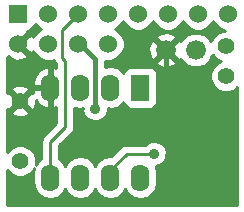
<source format=gbl>
G04 (created by PCBNEW (2013-07-07 BZR 4022)-stable) date 15/01/2015 15:50:08*
%MOIN*%
G04 Gerber Fmt 3.4, Leading zero omitted, Abs format*
%FSLAX34Y34*%
G01*
G70*
G90*
G04 APERTURE LIST*
%ADD10C,0.00590551*%
%ADD11R,0.06X0.06*%
%ADD12C,0.06*%
%ADD13R,0.062X0.09*%
%ADD14O,0.062X0.09*%
%ADD15C,0.055*%
%ADD16C,0.066*%
%ADD17C,0.035*%
%ADD18C,0.017*%
%ADD19C,0.01*%
G04 APERTURE END LIST*
G54D10*
G54D11*
X42680Y-25000D03*
G54D12*
X48680Y-25000D03*
X43680Y-25000D03*
X49680Y-25000D03*
X44680Y-25000D03*
X45680Y-25000D03*
X46680Y-25000D03*
X47680Y-25000D03*
X45680Y-26000D03*
X44680Y-26000D03*
X43680Y-26000D03*
X42680Y-26000D03*
G54D13*
X46750Y-27450D03*
G54D14*
X45750Y-27450D03*
X44750Y-27450D03*
X43750Y-27450D03*
X43750Y-30450D03*
X44750Y-30450D03*
X45750Y-30450D03*
X46750Y-30450D03*
G54D15*
X42750Y-29900D03*
X42750Y-27900D03*
X49606Y-27074D03*
X49606Y-26074D03*
G54D16*
X48600Y-26200D03*
X47600Y-26200D03*
G54D17*
X43750Y-28500D03*
X44600Y-29100D03*
X48750Y-29950D03*
X45250Y-28150D03*
X47200Y-29650D03*
G54D18*
X48750Y-29950D02*
X47700Y-28900D01*
X43750Y-28500D02*
X43700Y-28500D01*
X44800Y-28900D02*
X44600Y-29100D01*
X47700Y-28900D02*
X44800Y-28900D01*
X47600Y-26200D02*
X47600Y-27250D01*
X48750Y-28400D02*
X48750Y-29950D01*
X47600Y-27250D02*
X48750Y-28400D01*
X48750Y-29950D02*
X48700Y-29950D01*
G54D19*
X43750Y-30450D02*
X43750Y-29250D01*
X44150Y-25530D02*
X44680Y-25000D01*
X44150Y-26450D02*
X44150Y-25530D01*
X44250Y-26550D02*
X44150Y-26450D01*
X44250Y-28750D02*
X44250Y-26550D01*
X43750Y-29250D02*
X44250Y-28750D01*
G54D18*
X44680Y-26000D02*
X44750Y-26000D01*
X45250Y-26500D02*
X45250Y-28150D01*
X44750Y-26000D02*
X45250Y-26500D01*
G54D19*
X45750Y-30450D02*
X45750Y-30200D01*
X46300Y-29650D02*
X47200Y-29650D01*
X45750Y-30200D02*
X46300Y-29650D01*
G54D10*
G36*
X43950Y-28625D02*
X43700Y-28875D01*
X43700Y-28084D01*
X43700Y-27500D01*
X43700Y-27400D01*
X43700Y-26815D01*
X43613Y-26766D01*
X43581Y-26773D01*
X43389Y-26878D01*
X43251Y-27049D01*
X43190Y-27260D01*
X43190Y-27400D01*
X43700Y-27400D01*
X43700Y-27500D01*
X43190Y-27500D01*
X43190Y-27621D01*
X43117Y-27602D01*
X43047Y-27673D01*
X43047Y-27532D01*
X43022Y-27439D01*
X42995Y-27429D01*
X42825Y-27370D01*
X42617Y-27381D01*
X42477Y-27439D01*
X42452Y-27532D01*
X42750Y-27829D01*
X43047Y-27532D01*
X43047Y-27673D01*
X42820Y-27900D01*
X43117Y-28197D01*
X43210Y-28172D01*
X43279Y-27975D01*
X43274Y-27878D01*
X43389Y-28021D01*
X43581Y-28126D01*
X43613Y-28133D01*
X43700Y-28084D01*
X43700Y-28875D01*
X43537Y-29037D01*
X43472Y-29135D01*
X43450Y-29250D01*
X43450Y-29836D01*
X43354Y-29900D01*
X43259Y-30041D01*
X43274Y-30004D01*
X43275Y-29796D01*
X43195Y-29603D01*
X43047Y-29455D01*
X43047Y-29454D01*
X43047Y-28267D01*
X42750Y-27970D01*
X42452Y-28267D01*
X42477Y-28360D01*
X42674Y-28429D01*
X42882Y-28418D01*
X43022Y-28360D01*
X43047Y-28267D01*
X43047Y-29454D01*
X42854Y-29375D01*
X42646Y-29374D01*
X42453Y-29454D01*
X42319Y-29587D01*
X42319Y-28180D01*
X42382Y-28197D01*
X42679Y-27900D01*
X42382Y-27602D01*
X42319Y-27619D01*
X42319Y-26431D01*
X42364Y-26385D01*
X42392Y-26481D01*
X42598Y-26554D01*
X42816Y-26543D01*
X42967Y-26481D01*
X42995Y-26385D01*
X42680Y-26070D01*
X42674Y-26076D01*
X42603Y-26005D01*
X42609Y-26000D01*
X42603Y-25994D01*
X42674Y-25923D01*
X42680Y-25929D01*
X42995Y-25614D01*
X42976Y-25550D01*
X43029Y-25550D01*
X43121Y-25512D01*
X43191Y-25441D01*
X43229Y-25349D01*
X43229Y-25327D01*
X43368Y-25465D01*
X43449Y-25499D01*
X43368Y-25533D01*
X43214Y-25688D01*
X43182Y-25763D01*
X43161Y-25712D01*
X43065Y-25684D01*
X42750Y-26000D01*
X43065Y-26315D01*
X43161Y-26287D01*
X43180Y-26232D01*
X43213Y-26311D01*
X43368Y-26465D01*
X43570Y-26549D01*
X43788Y-26550D01*
X43863Y-26519D01*
X43872Y-26564D01*
X43937Y-26662D01*
X43950Y-26674D01*
X43950Y-26790D01*
X43918Y-26773D01*
X43886Y-26766D01*
X43800Y-26815D01*
X43800Y-27400D01*
X43807Y-27400D01*
X43807Y-27500D01*
X43800Y-27500D01*
X43800Y-28084D01*
X43886Y-28133D01*
X43918Y-28126D01*
X43950Y-28109D01*
X43950Y-28625D01*
X43950Y-28625D01*
G37*
G54D19*
X43950Y-28625D02*
X43700Y-28875D01*
X43700Y-28084D01*
X43700Y-27500D01*
X43700Y-27400D01*
X43700Y-26815D01*
X43613Y-26766D01*
X43581Y-26773D01*
X43389Y-26878D01*
X43251Y-27049D01*
X43190Y-27260D01*
X43190Y-27400D01*
X43700Y-27400D01*
X43700Y-27500D01*
X43190Y-27500D01*
X43190Y-27621D01*
X43117Y-27602D01*
X43047Y-27673D01*
X43047Y-27532D01*
X43022Y-27439D01*
X42995Y-27429D01*
X42825Y-27370D01*
X42617Y-27381D01*
X42477Y-27439D01*
X42452Y-27532D01*
X42750Y-27829D01*
X43047Y-27532D01*
X43047Y-27673D01*
X42820Y-27900D01*
X43117Y-28197D01*
X43210Y-28172D01*
X43279Y-27975D01*
X43274Y-27878D01*
X43389Y-28021D01*
X43581Y-28126D01*
X43613Y-28133D01*
X43700Y-28084D01*
X43700Y-28875D01*
X43537Y-29037D01*
X43472Y-29135D01*
X43450Y-29250D01*
X43450Y-29836D01*
X43354Y-29900D01*
X43259Y-30041D01*
X43274Y-30004D01*
X43275Y-29796D01*
X43195Y-29603D01*
X43047Y-29455D01*
X43047Y-29454D01*
X43047Y-28267D01*
X42750Y-27970D01*
X42452Y-28267D01*
X42477Y-28360D01*
X42674Y-28429D01*
X42882Y-28418D01*
X43022Y-28360D01*
X43047Y-28267D01*
X43047Y-29454D01*
X42854Y-29375D01*
X42646Y-29374D01*
X42453Y-29454D01*
X42319Y-29587D01*
X42319Y-28180D01*
X42382Y-28197D01*
X42679Y-27900D01*
X42382Y-27602D01*
X42319Y-27619D01*
X42319Y-26431D01*
X42364Y-26385D01*
X42392Y-26481D01*
X42598Y-26554D01*
X42816Y-26543D01*
X42967Y-26481D01*
X42995Y-26385D01*
X42680Y-26070D01*
X42674Y-26076D01*
X42603Y-26005D01*
X42609Y-26000D01*
X42603Y-25994D01*
X42674Y-25923D01*
X42680Y-25929D01*
X42995Y-25614D01*
X42976Y-25550D01*
X43029Y-25550D01*
X43121Y-25512D01*
X43191Y-25441D01*
X43229Y-25349D01*
X43229Y-25327D01*
X43368Y-25465D01*
X43449Y-25499D01*
X43368Y-25533D01*
X43214Y-25688D01*
X43182Y-25763D01*
X43161Y-25712D01*
X43065Y-25684D01*
X42750Y-26000D01*
X43065Y-26315D01*
X43161Y-26287D01*
X43180Y-26232D01*
X43213Y-26311D01*
X43368Y-26465D01*
X43570Y-26549D01*
X43788Y-26550D01*
X43863Y-26519D01*
X43872Y-26564D01*
X43937Y-26662D01*
X43950Y-26674D01*
X43950Y-26790D01*
X43918Y-26773D01*
X43886Y-26766D01*
X43800Y-26815D01*
X43800Y-27400D01*
X43807Y-27400D01*
X43807Y-27500D01*
X43800Y-27500D01*
X43800Y-28084D01*
X43886Y-28133D01*
X43918Y-28126D01*
X43950Y-28109D01*
X43950Y-28625D01*
G54D10*
G36*
X49980Y-31380D02*
X47936Y-31380D01*
X47936Y-26607D01*
X47600Y-26270D01*
X47529Y-26341D01*
X47529Y-26200D01*
X47192Y-25863D01*
X47093Y-25894D01*
X47015Y-26111D01*
X47025Y-26341D01*
X47093Y-26505D01*
X47192Y-26536D01*
X47529Y-26200D01*
X47529Y-26341D01*
X47263Y-26607D01*
X47294Y-26706D01*
X47511Y-26784D01*
X47741Y-26774D01*
X47905Y-26706D01*
X47936Y-26607D01*
X47936Y-31380D01*
X42319Y-31380D01*
X42319Y-30212D01*
X42452Y-30344D01*
X42645Y-30424D01*
X42853Y-30425D01*
X43047Y-30345D01*
X43194Y-30197D01*
X43223Y-30129D01*
X43190Y-30296D01*
X43190Y-30603D01*
X43232Y-30818D01*
X43354Y-30999D01*
X43535Y-31121D01*
X43750Y-31163D01*
X43964Y-31121D01*
X44145Y-30999D01*
X44250Y-30844D01*
X44354Y-30999D01*
X44535Y-31121D01*
X44750Y-31163D01*
X44964Y-31121D01*
X45145Y-30999D01*
X45250Y-30844D01*
X45354Y-30999D01*
X45535Y-31121D01*
X45750Y-31163D01*
X45964Y-31121D01*
X46145Y-30999D01*
X46250Y-30844D01*
X46354Y-30999D01*
X46535Y-31121D01*
X46750Y-31163D01*
X46964Y-31121D01*
X47145Y-30999D01*
X47267Y-30818D01*
X47310Y-30603D01*
X47310Y-30296D01*
X47267Y-30081D01*
X47262Y-30075D01*
X47284Y-30075D01*
X47440Y-30010D01*
X47560Y-29891D01*
X47624Y-29734D01*
X47625Y-29565D01*
X47560Y-29409D01*
X47441Y-29289D01*
X47284Y-29225D01*
X47115Y-29224D01*
X46959Y-29289D01*
X46898Y-29350D01*
X46300Y-29350D01*
X46185Y-29372D01*
X46087Y-29437D01*
X45782Y-29742D01*
X45750Y-29736D01*
X45535Y-29778D01*
X45354Y-29900D01*
X45249Y-30055D01*
X45145Y-29900D01*
X44964Y-29778D01*
X44750Y-29736D01*
X44535Y-29778D01*
X44354Y-29900D01*
X44249Y-30055D01*
X44145Y-29900D01*
X44050Y-29836D01*
X44050Y-29374D01*
X44462Y-28962D01*
X44462Y-28962D01*
X44527Y-28864D01*
X44549Y-28750D01*
X44550Y-28750D01*
X44550Y-28123D01*
X44750Y-28163D01*
X44825Y-28148D01*
X44824Y-28234D01*
X44889Y-28390D01*
X45008Y-28510D01*
X45165Y-28574D01*
X45334Y-28575D01*
X45490Y-28510D01*
X45610Y-28391D01*
X45674Y-28234D01*
X45675Y-28148D01*
X45750Y-28163D01*
X45964Y-28121D01*
X46145Y-27999D01*
X46189Y-27933D01*
X46189Y-27949D01*
X46227Y-28041D01*
X46298Y-28111D01*
X46390Y-28149D01*
X46489Y-28150D01*
X47109Y-28150D01*
X47201Y-28112D01*
X47271Y-28041D01*
X47309Y-27949D01*
X47310Y-27850D01*
X47310Y-26950D01*
X47272Y-26858D01*
X47201Y-26788D01*
X47109Y-26750D01*
X47010Y-26749D01*
X46390Y-26749D01*
X46298Y-26787D01*
X46228Y-26858D01*
X46190Y-26950D01*
X46190Y-26966D01*
X46145Y-26900D01*
X45964Y-26778D01*
X45750Y-26736D01*
X45585Y-26769D01*
X45585Y-26549D01*
X45788Y-26550D01*
X45991Y-26466D01*
X46145Y-26311D01*
X46229Y-26109D01*
X46230Y-25891D01*
X46146Y-25688D01*
X45991Y-25534D01*
X45910Y-25500D01*
X45991Y-25466D01*
X46145Y-25311D01*
X46179Y-25230D01*
X46213Y-25311D01*
X46368Y-25465D01*
X46570Y-25549D01*
X46788Y-25550D01*
X46991Y-25466D01*
X47145Y-25311D01*
X47179Y-25230D01*
X47213Y-25311D01*
X47368Y-25465D01*
X47570Y-25549D01*
X47788Y-25550D01*
X47991Y-25466D01*
X48145Y-25311D01*
X48179Y-25230D01*
X48213Y-25311D01*
X48368Y-25465D01*
X48570Y-25549D01*
X48788Y-25550D01*
X48991Y-25466D01*
X49145Y-25311D01*
X49179Y-25230D01*
X49213Y-25311D01*
X49368Y-25465D01*
X49569Y-25549D01*
X49502Y-25549D01*
X49309Y-25629D01*
X49161Y-25777D01*
X49107Y-25908D01*
X49091Y-25871D01*
X48928Y-25708D01*
X48715Y-25620D01*
X48485Y-25619D01*
X48271Y-25708D01*
X48108Y-25871D01*
X48099Y-25892D01*
X48007Y-25863D01*
X47936Y-25933D01*
X47936Y-25792D01*
X47905Y-25693D01*
X47688Y-25615D01*
X47458Y-25625D01*
X47294Y-25693D01*
X47263Y-25792D01*
X47600Y-26129D01*
X47936Y-25792D01*
X47936Y-25933D01*
X47670Y-26200D01*
X48007Y-26536D01*
X48099Y-26507D01*
X48108Y-26528D01*
X48271Y-26691D01*
X48484Y-26779D01*
X48714Y-26780D01*
X48928Y-26691D01*
X49091Y-26528D01*
X49158Y-26366D01*
X49160Y-26371D01*
X49308Y-26519D01*
X49441Y-26574D01*
X49309Y-26629D01*
X49161Y-26777D01*
X49081Y-26969D01*
X49081Y-27178D01*
X49160Y-27371D01*
X49308Y-27519D01*
X49501Y-27599D01*
X49710Y-27599D01*
X49903Y-27520D01*
X49980Y-27443D01*
X49980Y-31380D01*
X49980Y-31380D01*
G37*
G54D19*
X49980Y-31380D02*
X47936Y-31380D01*
X47936Y-26607D01*
X47600Y-26270D01*
X47529Y-26341D01*
X47529Y-26200D01*
X47192Y-25863D01*
X47093Y-25894D01*
X47015Y-26111D01*
X47025Y-26341D01*
X47093Y-26505D01*
X47192Y-26536D01*
X47529Y-26200D01*
X47529Y-26341D01*
X47263Y-26607D01*
X47294Y-26706D01*
X47511Y-26784D01*
X47741Y-26774D01*
X47905Y-26706D01*
X47936Y-26607D01*
X47936Y-31380D01*
X42319Y-31380D01*
X42319Y-30212D01*
X42452Y-30344D01*
X42645Y-30424D01*
X42853Y-30425D01*
X43047Y-30345D01*
X43194Y-30197D01*
X43223Y-30129D01*
X43190Y-30296D01*
X43190Y-30603D01*
X43232Y-30818D01*
X43354Y-30999D01*
X43535Y-31121D01*
X43750Y-31163D01*
X43964Y-31121D01*
X44145Y-30999D01*
X44250Y-30844D01*
X44354Y-30999D01*
X44535Y-31121D01*
X44750Y-31163D01*
X44964Y-31121D01*
X45145Y-30999D01*
X45250Y-30844D01*
X45354Y-30999D01*
X45535Y-31121D01*
X45750Y-31163D01*
X45964Y-31121D01*
X46145Y-30999D01*
X46250Y-30844D01*
X46354Y-30999D01*
X46535Y-31121D01*
X46750Y-31163D01*
X46964Y-31121D01*
X47145Y-30999D01*
X47267Y-30818D01*
X47310Y-30603D01*
X47310Y-30296D01*
X47267Y-30081D01*
X47262Y-30075D01*
X47284Y-30075D01*
X47440Y-30010D01*
X47560Y-29891D01*
X47624Y-29734D01*
X47625Y-29565D01*
X47560Y-29409D01*
X47441Y-29289D01*
X47284Y-29225D01*
X47115Y-29224D01*
X46959Y-29289D01*
X46898Y-29350D01*
X46300Y-29350D01*
X46185Y-29372D01*
X46087Y-29437D01*
X45782Y-29742D01*
X45750Y-29736D01*
X45535Y-29778D01*
X45354Y-29900D01*
X45249Y-30055D01*
X45145Y-29900D01*
X44964Y-29778D01*
X44750Y-29736D01*
X44535Y-29778D01*
X44354Y-29900D01*
X44249Y-30055D01*
X44145Y-29900D01*
X44050Y-29836D01*
X44050Y-29374D01*
X44462Y-28962D01*
X44462Y-28962D01*
X44527Y-28864D01*
X44549Y-28750D01*
X44550Y-28750D01*
X44550Y-28123D01*
X44750Y-28163D01*
X44825Y-28148D01*
X44824Y-28234D01*
X44889Y-28390D01*
X45008Y-28510D01*
X45165Y-28574D01*
X45334Y-28575D01*
X45490Y-28510D01*
X45610Y-28391D01*
X45674Y-28234D01*
X45675Y-28148D01*
X45750Y-28163D01*
X45964Y-28121D01*
X46145Y-27999D01*
X46189Y-27933D01*
X46189Y-27949D01*
X46227Y-28041D01*
X46298Y-28111D01*
X46390Y-28149D01*
X46489Y-28150D01*
X47109Y-28150D01*
X47201Y-28112D01*
X47271Y-28041D01*
X47309Y-27949D01*
X47310Y-27850D01*
X47310Y-26950D01*
X47272Y-26858D01*
X47201Y-26788D01*
X47109Y-26750D01*
X47010Y-26749D01*
X46390Y-26749D01*
X46298Y-26787D01*
X46228Y-26858D01*
X46190Y-26950D01*
X46190Y-26966D01*
X46145Y-26900D01*
X45964Y-26778D01*
X45750Y-26736D01*
X45585Y-26769D01*
X45585Y-26549D01*
X45788Y-26550D01*
X45991Y-26466D01*
X46145Y-26311D01*
X46229Y-26109D01*
X46230Y-25891D01*
X46146Y-25688D01*
X45991Y-25534D01*
X45910Y-25500D01*
X45991Y-25466D01*
X46145Y-25311D01*
X46179Y-25230D01*
X46213Y-25311D01*
X46368Y-25465D01*
X46570Y-25549D01*
X46788Y-25550D01*
X46991Y-25466D01*
X47145Y-25311D01*
X47179Y-25230D01*
X47213Y-25311D01*
X47368Y-25465D01*
X47570Y-25549D01*
X47788Y-25550D01*
X47991Y-25466D01*
X48145Y-25311D01*
X48179Y-25230D01*
X48213Y-25311D01*
X48368Y-25465D01*
X48570Y-25549D01*
X48788Y-25550D01*
X48991Y-25466D01*
X49145Y-25311D01*
X49179Y-25230D01*
X49213Y-25311D01*
X49368Y-25465D01*
X49569Y-25549D01*
X49502Y-25549D01*
X49309Y-25629D01*
X49161Y-25777D01*
X49107Y-25908D01*
X49091Y-25871D01*
X48928Y-25708D01*
X48715Y-25620D01*
X48485Y-25619D01*
X48271Y-25708D01*
X48108Y-25871D01*
X48099Y-25892D01*
X48007Y-25863D01*
X47936Y-25933D01*
X47936Y-25792D01*
X47905Y-25693D01*
X47688Y-25615D01*
X47458Y-25625D01*
X47294Y-25693D01*
X47263Y-25792D01*
X47600Y-26129D01*
X47936Y-25792D01*
X47936Y-25933D01*
X47670Y-26200D01*
X48007Y-26536D01*
X48099Y-26507D01*
X48108Y-26528D01*
X48271Y-26691D01*
X48484Y-26779D01*
X48714Y-26780D01*
X48928Y-26691D01*
X49091Y-26528D01*
X49158Y-26366D01*
X49160Y-26371D01*
X49308Y-26519D01*
X49441Y-26574D01*
X49309Y-26629D01*
X49161Y-26777D01*
X49081Y-26969D01*
X49081Y-27178D01*
X49160Y-27371D01*
X49308Y-27519D01*
X49501Y-27599D01*
X49710Y-27599D01*
X49903Y-27520D01*
X49980Y-27443D01*
X49980Y-31380D01*
M02*

</source>
